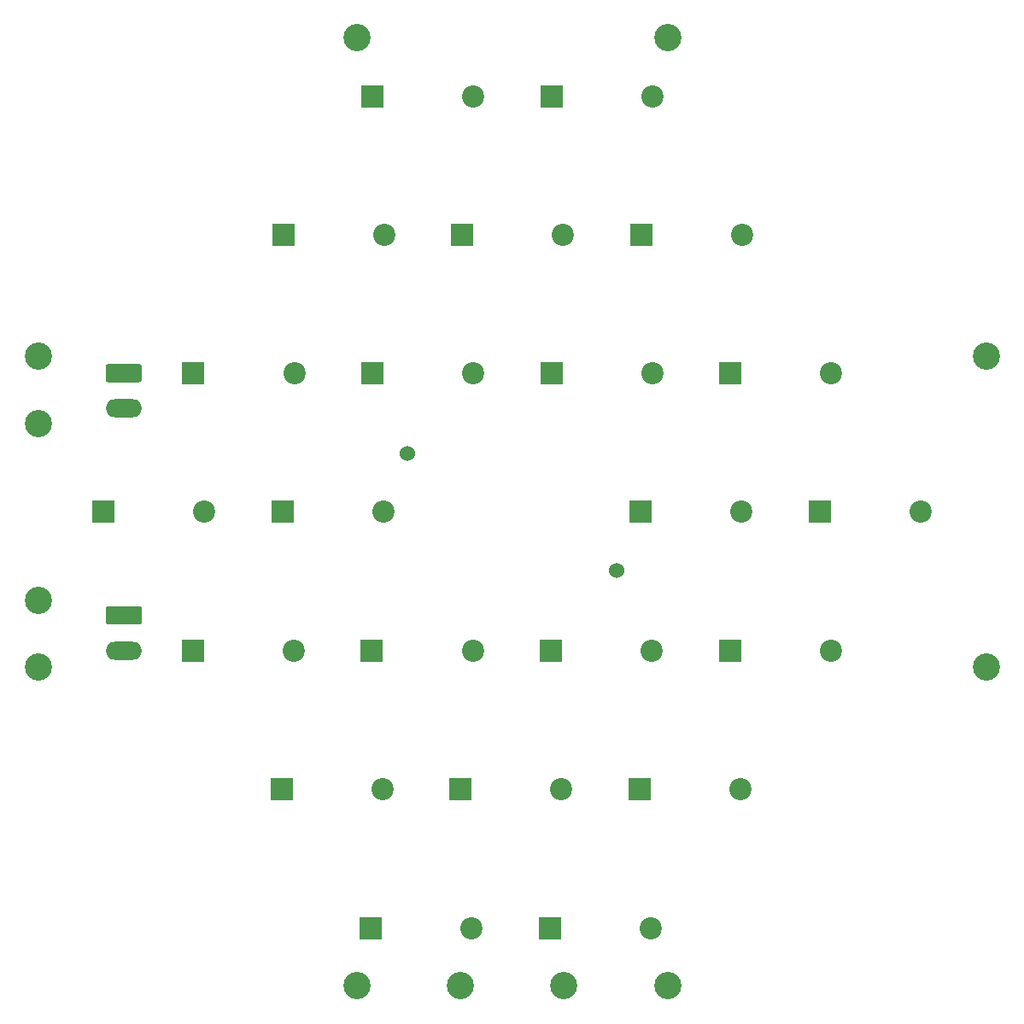
<source format=gbr>
%TF.GenerationSoftware,KiCad,Pcbnew,5.1.10*%
%TF.CreationDate,2021-07-04T18:02:09+02:00*%
%TF.ProjectId,test_16,74657374-5f31-4362-9e6b-696361645f70,0.1*%
%TF.SameCoordinates,Original*%
%TF.FileFunction,Soldermask,Bot*%
%TF.FilePolarity,Negative*%
%FSLAX46Y46*%
G04 Gerber Fmt 4.6, Leading zero omitted, Abs format (unit mm)*
G04 Created by KiCad (PCBNEW 5.1.10) date 2021-07-04 18:02:09*
%MOMM*%
%LPD*%
G01*
G04 APERTURE LIST*
%ADD10C,1.524000*%
%ADD11R,2.200000X2.200000*%
%ADD12C,2.200000*%
%ADD13O,3.600000X1.800000*%
%ADD14C,2.700000*%
G04 APERTURE END LIST*
D10*
%TO.C,D1*%
X410362593Y-255788495D03*
X389637407Y-244211505D03*
%TD*%
D11*
%TO.C,LS3*%
X403750000Y-291250000D03*
D12*
X413750000Y-291250000D03*
%TD*%
D11*
%TO.C,LS7*%
X421600000Y-263750000D03*
D12*
X431600000Y-263750000D03*
%TD*%
D11*
%TO.C,LS6*%
X412650000Y-277500000D03*
D12*
X422650000Y-277500000D03*
%TD*%
D11*
%TO.C,LS5*%
X386000000Y-291250000D03*
D12*
X396000000Y-291250000D03*
%TD*%
D11*
%TO.C,LS2*%
X430500000Y-250000000D03*
D12*
X440500000Y-250000000D03*
%TD*%
D11*
%TO.C,LS1*%
X403850000Y-263750000D03*
D12*
X413850000Y-263750000D03*
%TD*%
D11*
%TO.C,LS4*%
X394900000Y-277500000D03*
D12*
X404900000Y-277500000D03*
%TD*%
D11*
%TO.C,LS10*%
X412750000Y-250000000D03*
D12*
X422750000Y-250000000D03*
%TD*%
D11*
%TO.C,LS9*%
X386100000Y-263750000D03*
D12*
X396100000Y-263750000D03*
%TD*%
D11*
%TO.C,LS8*%
X377150000Y-277500000D03*
D12*
X387150000Y-277500000D03*
%TD*%
D11*
%TO.C,LS22*%
X412800000Y-222500000D03*
D12*
X422800000Y-222500000D03*
%TD*%
D11*
%TO.C,LS21*%
X421650000Y-236250000D03*
D12*
X431650000Y-236250000D03*
%TD*%
D11*
%TO.C,LS16*%
X368350000Y-263750000D03*
D12*
X378350000Y-263750000D03*
%TD*%
D11*
%TO.C,LS13*%
X395050000Y-222500000D03*
D12*
X405050000Y-222500000D03*
%TD*%
D11*
%TO.C,LS12*%
X403900000Y-236250000D03*
D12*
X413900000Y-236250000D03*
%TD*%
D11*
%TO.C,LS11*%
X377250000Y-250000000D03*
D12*
X387250000Y-250000000D03*
%TD*%
D11*
%TO.C,LS20*%
X377300000Y-222500000D03*
D12*
X387300000Y-222500000D03*
%TD*%
D11*
%TO.C,LS19*%
X386150000Y-236250000D03*
D12*
X396150000Y-236250000D03*
%TD*%
D11*
%TO.C,LS18*%
X359500000Y-250000000D03*
D12*
X369500000Y-250000000D03*
%TD*%
D11*
%TO.C,LS15*%
X368400000Y-236250000D03*
D12*
X378400000Y-236250000D03*
%TD*%
D11*
%TO.C,LS14*%
X403900000Y-208800000D03*
D12*
X413900000Y-208800000D03*
%TD*%
D11*
%TO.C,LS17*%
X386150000Y-208800000D03*
D12*
X396150000Y-208800000D03*
%TD*%
D13*
%TO.C,J2*%
X361500000Y-239750000D03*
G36*
G01*
X359950000Y-235350000D02*
X363050000Y-235350000D01*
G75*
G02*
X363300000Y-235600000I0J-250000D01*
G01*
X363300000Y-236900000D01*
G75*
G02*
X363050000Y-237150000I-250000J0D01*
G01*
X359950000Y-237150000D01*
G75*
G02*
X359700000Y-236900000I0J250000D01*
G01*
X359700000Y-235600000D01*
G75*
G02*
X359950000Y-235350000I250000J0D01*
G01*
G37*
%TD*%
%TO.C,J1*%
X361500000Y-263750000D03*
G36*
G01*
X359950000Y-259350000D02*
X363050000Y-259350000D01*
G75*
G02*
X363300000Y-259600000I0J-250000D01*
G01*
X363300000Y-260900000D01*
G75*
G02*
X363050000Y-261150000I-250000J0D01*
G01*
X359950000Y-261150000D01*
G75*
G02*
X359700000Y-260900000I0J250000D01*
G01*
X359700000Y-259600000D01*
G75*
G02*
X359950000Y-259350000I250000J0D01*
G01*
G37*
%TD*%
D14*
%TO.C,H12*%
X394866666Y-297000000D03*
%TD*%
%TO.C,H11*%
X405133332Y-297000000D03*
%TD*%
%TO.C,H10*%
X384600000Y-203000000D03*
%TD*%
%TO.C,H9*%
X415400000Y-297000000D03*
%TD*%
%TO.C,H8*%
X447000000Y-234600000D03*
%TD*%
%TO.C,H7*%
X447000000Y-265400000D03*
%TD*%
%TO.C,H6*%
X353000000Y-258736250D03*
%TD*%
%TO.C,H5*%
X353000000Y-241263750D03*
%TD*%
%TO.C,H4*%
X384600000Y-297000000D03*
%TD*%
%TO.C,H3*%
X353000000Y-265400000D03*
%TD*%
%TO.C,H2*%
X415400000Y-203000000D03*
%TD*%
%TO.C,H1*%
X353000000Y-234600000D03*
%TD*%
M02*

</source>
